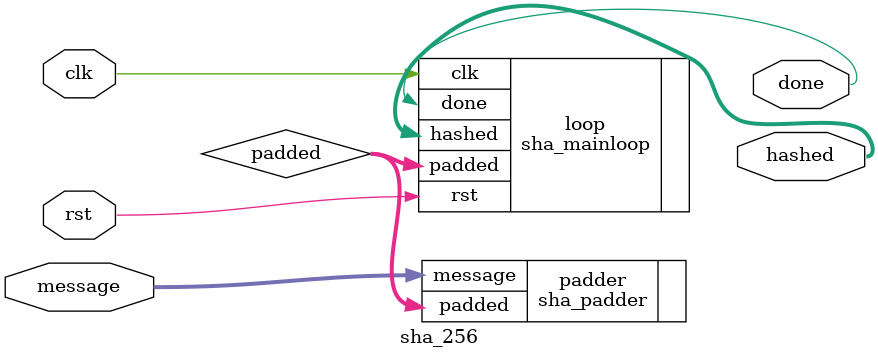
<source format=sv>
module sha_256	#(parameter MSG_SIZE = 96,
				parameter PADDED_SIZE = 512)
				(input logic [MSG_SIZE-1:0] message,
				input logic clk, rst,
				output logic [255:0] hashed,
				output logic done);

// https://github.com/unixb0y/SystemVerilogSHA256

	logic[PADDED_SIZE-1:0] padded;

	sha_padder #(.MSG_SIZE(MSG_SIZE), .PADDED_SIZE(PADDED_SIZE)) padder (.message(message), .padded(padded));
	sha_mainloop #(.PADDED_SIZE(PADDED_SIZE)) loop (.padded(padded), .hashed(hashed), .clk(clk), .rst(rst), .done(done));
endmodule // sha_256

</source>
